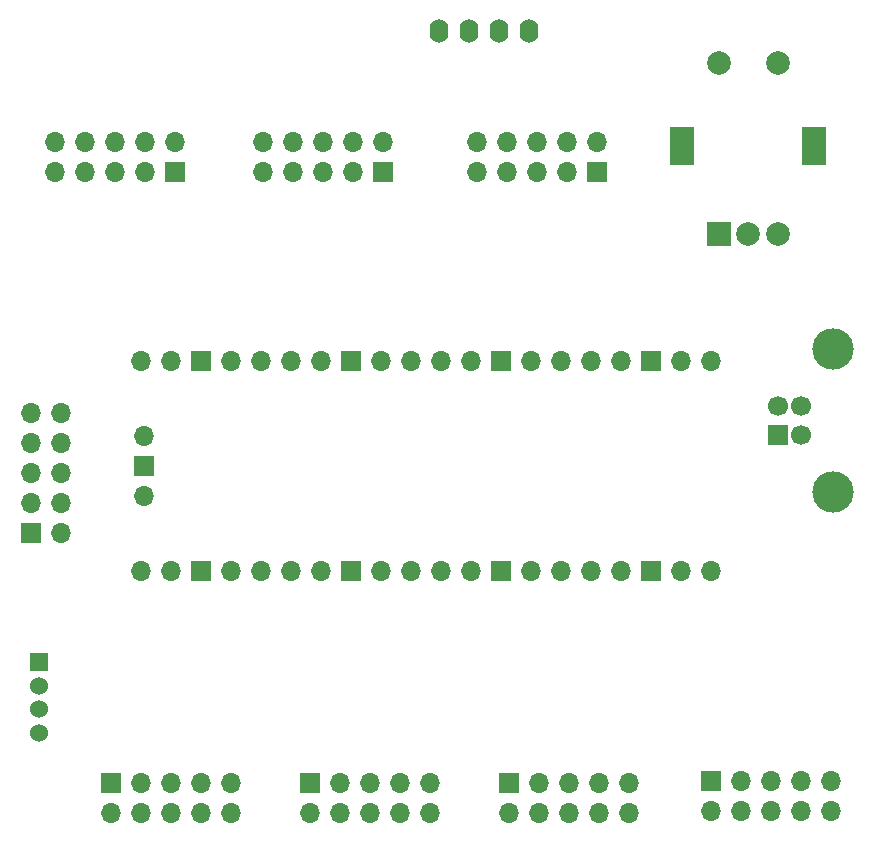
<source format=gts>
G04 #@! TF.GenerationSoftware,KiCad,Pcbnew,7.0.7*
G04 #@! TF.CreationDate,2024-03-19T17:37:58+01:00*
G04 #@! TF.ProjectId,Main_board,4d61696e-5f62-46f6-9172-642e6b696361,rev?*
G04 #@! TF.SameCoordinates,Original*
G04 #@! TF.FileFunction,Soldermask,Top*
G04 #@! TF.FilePolarity,Negative*
%FSLAX46Y46*%
G04 Gerber Fmt 4.6, Leading zero omitted, Abs format (unit mm)*
G04 Created by KiCad (PCBNEW 7.0.7) date 2024-03-19 17:37:58*
%MOMM*%
%LPD*%
G01*
G04 APERTURE LIST*
%ADD10R,1.524000X1.524000*%
%ADD11C,1.524000*%
%ADD12O,1.700000X1.700000*%
%ADD13R,1.700000X1.700000*%
%ADD14O,1.600000X2.000000*%
%ADD15C,3.500000*%
%ADD16C,1.700000*%
%ADD17R,2.000000X2.000000*%
%ADD18C,2.000000*%
%ADD19R,2.000000X3.200000*%
G04 APERTURE END LIST*
D10*
X74781900Y-175526300D03*
D11*
X74781900Y-177526300D03*
X74781900Y-179526300D03*
X74781900Y-181526300D03*
D12*
X83646600Y-156413200D03*
D13*
X83646600Y-158953200D03*
D12*
X83646600Y-161493200D03*
X131676600Y-150063200D03*
X129136600Y-150063200D03*
D13*
X126596600Y-150063200D03*
D12*
X124056600Y-150063200D03*
X121516600Y-150063200D03*
X118976600Y-150063200D03*
X116436600Y-150063200D03*
D13*
X113896600Y-150063200D03*
D12*
X111356600Y-150063200D03*
X108816600Y-150063200D03*
X106276600Y-150063200D03*
X103736600Y-150063200D03*
D13*
X101196600Y-150063200D03*
D12*
X98656600Y-150063200D03*
X96116600Y-150063200D03*
X93576600Y-150063200D03*
X91036600Y-150063200D03*
D13*
X88496600Y-150063200D03*
D12*
X85956600Y-150063200D03*
X83416600Y-150063200D03*
X83416600Y-167843200D03*
X85956600Y-167843200D03*
D13*
X88496600Y-167843200D03*
D12*
X91036600Y-167843200D03*
X93576600Y-167843200D03*
X96116600Y-167843200D03*
X98656600Y-167843200D03*
D13*
X101196600Y-167843200D03*
D12*
X103736600Y-167843200D03*
X106276600Y-167843200D03*
X108816600Y-167843200D03*
X111356600Y-167843200D03*
D13*
X113896600Y-167843200D03*
D12*
X116436600Y-167843200D03*
X118976600Y-167843200D03*
X121516600Y-167843200D03*
X124056600Y-167843200D03*
D13*
X126596600Y-167843200D03*
D12*
X129136600Y-167843200D03*
X131676600Y-167843200D03*
X111836200Y-131495800D03*
X111836200Y-134035800D03*
X114376200Y-131495800D03*
X114376200Y-134035800D03*
X116916200Y-131495800D03*
X116916200Y-134035800D03*
X119456200Y-131495800D03*
X119456200Y-134035800D03*
X121996200Y-131495800D03*
D13*
X121996200Y-134035800D03*
D14*
X116228000Y-122100600D03*
X113688000Y-122100600D03*
X108608000Y-122100600D03*
X111148000Y-122100600D03*
D15*
X142036800Y-149034300D03*
X142036800Y-161074300D03*
D16*
X139326800Y-156304300D03*
X139326800Y-153804300D03*
X137326800Y-153804300D03*
D13*
X137326800Y-156304300D03*
D12*
X91038600Y-188280200D03*
X91038600Y-185740200D03*
X88498600Y-188280200D03*
X88498600Y-185740200D03*
X85958600Y-188280200D03*
X85958600Y-185740200D03*
X83418600Y-188280200D03*
X83418600Y-185740200D03*
X80878600Y-188280200D03*
D13*
X80878600Y-185740200D03*
D17*
X132323200Y-139279200D03*
D18*
X137323200Y-139279200D03*
X134823200Y-139279200D03*
D19*
X129223200Y-131779200D03*
X140423200Y-131779200D03*
D18*
X137323200Y-124779200D03*
X132323200Y-124779200D03*
D13*
X97693400Y-185740200D03*
D12*
X97693400Y-188280200D03*
X100233400Y-185740200D03*
X100233400Y-188280200D03*
X102773400Y-185740200D03*
X102773400Y-188280200D03*
X105313400Y-185740200D03*
X105313400Y-188280200D03*
X107853400Y-185740200D03*
X107853400Y-188280200D03*
X141833600Y-188137800D03*
X141833600Y-185597800D03*
X139293600Y-188137800D03*
X139293600Y-185597800D03*
X136753600Y-188137800D03*
X136753600Y-185597800D03*
X134213600Y-188137800D03*
X134213600Y-185597800D03*
X131673600Y-188137800D03*
D13*
X131673600Y-185597800D03*
D12*
X76123800Y-131495800D03*
X76123800Y-134035800D03*
X78663800Y-131495800D03*
X78663800Y-134035800D03*
X81203800Y-131495800D03*
X81203800Y-134035800D03*
X83743800Y-131495800D03*
X83743800Y-134035800D03*
X86283800Y-131495800D03*
D13*
X86283800Y-134035800D03*
X74091800Y-164617400D03*
D12*
X76631800Y-164617400D03*
X74091800Y-162077400D03*
X76631800Y-162077400D03*
X74091800Y-159537400D03*
X76631800Y-159537400D03*
X74091800Y-156997400D03*
X76631800Y-156997400D03*
X74091800Y-154457400D03*
X76631800Y-154457400D03*
D13*
X114604800Y-185724800D03*
D12*
X114604800Y-188264800D03*
X117144800Y-185724800D03*
X117144800Y-188264800D03*
X119684800Y-185724800D03*
X119684800Y-188264800D03*
X122224800Y-185724800D03*
X122224800Y-188264800D03*
X124764800Y-185724800D03*
X124764800Y-188264800D03*
X93726000Y-131495800D03*
X93726000Y-134035800D03*
X96266000Y-131495800D03*
X96266000Y-134035800D03*
X98806000Y-131495800D03*
X98806000Y-134035800D03*
X101346000Y-131495800D03*
X101346000Y-134035800D03*
X103886000Y-131495800D03*
D13*
X103886000Y-134035800D03*
M02*

</source>
